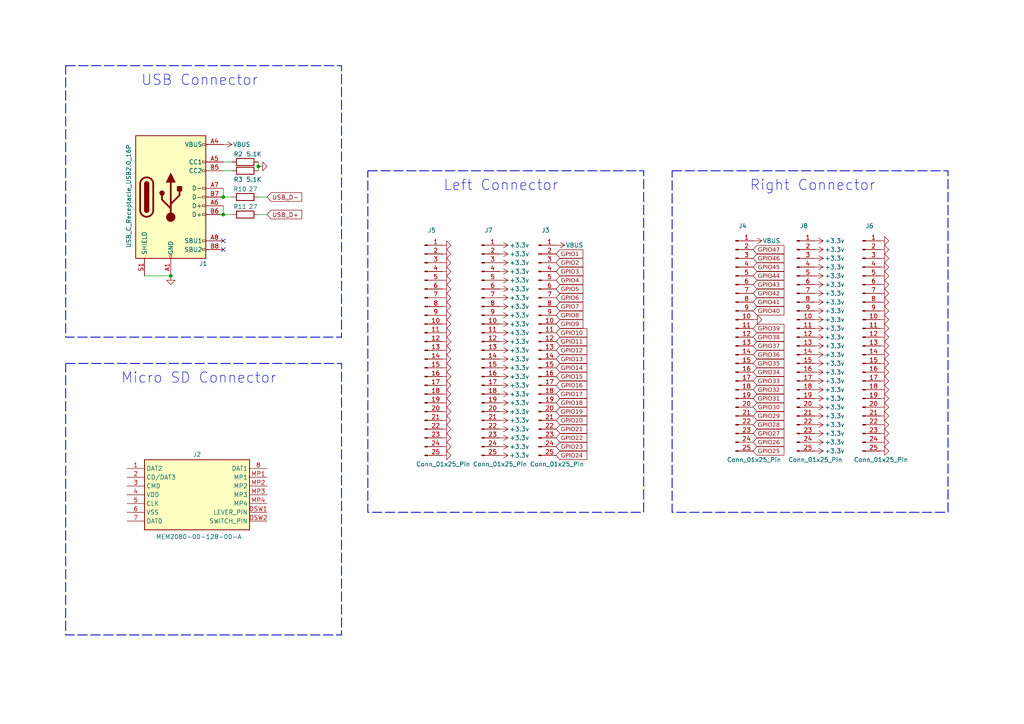
<source format=kicad_sch>
(kicad_sch (version 20231120) (generator "eeschema") (generator_version "8.0")
  (paper "A4")
  (title_block (title "RP2350B Development Board") (company "Dumblebots"))
  (lib_symbols
    (symbol "Connector:Conn_01x25_Pin" (pin_names (offset 1.016) hide)
      (property "Reference" "J" (at 0 33.02 0))
      (property "Value" "Conn_01x25_Pin" (at 0 -33.02 0))
      (symbol "Conn_01x25_Pin_1_1"
        (polyline (pts (xy 1.27 -30.48) (xy 0.8636 -30.48)) (stroke (width 0.1524)))
        (polyline (pts (xy 1.27 -27.94) (xy 0.8636 -27.94)) (stroke (width 0.1524)))
        (polyline (pts (xy 1.27 -25.4) (xy 0.8636 -25.4)) (stroke (width 0.1524)))
        (polyline (pts (xy 1.27 -22.86) (xy 0.8636 -22.86)) (stroke (width 0.1524)))
        (polyline (pts (xy 1.27 -20.32) (xy 0.8636 -20.32)) (stroke (width 0.1524)))
        (polyline (pts (xy 1.27 -17.78) (xy 0.8636 -17.78)) (stroke (width 0.1524)))
        (polyline (pts (xy 1.27 -15.24) (xy 0.8636 -15.24)) (stroke (width 0.1524)))
        (polyline (pts (xy 1.27 -12.7) (xy 0.8636 -12.7)) (stroke (width 0.1524)))
        (polyline (pts (xy 1.27 -10.16) (xy 0.8636 -10.16)) (stroke (width 0.1524)))
        (polyline (pts (xy 1.27 -7.62) (xy 0.8636 -7.62)) (stroke (width 0.1524)))
        (polyline (pts (xy 1.27 -5.08) (xy 0.8636 -5.08)) (stroke (width 0.1524)))
        (polyline (pts (xy 1.27 -2.54) (xy 0.8636 -2.54)) (stroke (width 0.1524)))
        (polyline (pts (xy 1.27 0) (xy 0.8636 0)) (stroke (width 0.1524)))
        (polyline (pts (xy 1.27 2.54) (xy 0.8636 2.54)) (stroke (width 0.1524)))
        (polyline (pts (xy 1.27 5.08) (xy 0.8636 5.08)) (stroke (width 0.1524)))
        (polyline (pts (xy 1.27 7.62) (xy 0.8636 7.62)) (stroke (width 0.1524)))
        (polyline (pts (xy 1.27 10.16) (xy 0.8636 10.16)) (stroke (width 0.1524)))
        (polyline (pts (xy 1.27 12.7) (xy 0.8636 12.7)) (stroke (width 0.1524)))
        (polyline (pts (xy 1.27 15.24) (xy 0.8636 15.24)) (stroke (width 0.1524)))
        (polyline (pts (xy 1.27 17.78) (xy 0.8636 17.78)) (stroke (width 0.1524)))
        (polyline (pts (xy 1.27 20.32) (xy 0.8636 20.32)) (stroke (width 0.1524)))
        (polyline (pts (xy 1.27 22.86) (xy 0.8636 22.86)) (stroke (width 0.1524)))
        (polyline (pts (xy 1.27 25.4) (xy 0.8636 25.4)) (stroke (width 0.1524)))
        (polyline (pts (xy 1.27 27.94) (xy 0.8636 27.94)) (stroke (width 0.1524)))
        (polyline (pts (xy 1.27 30.48) (xy 0.8636 30.48)) (stroke (width 0.1524)))
        (rectangle (start 0.8636 -30.353) (end 0 -30.607) (stroke (width 0.1524)) (fill (type outline)))
        (rectangle (start 0.8636 -27.813) (end 0 -28.067) (stroke (width 0.1524)) (fill (type outline)))
        (rectangle (start 0.8636 -25.273) (end 0 -25.527) (stroke (width 0.1524)) (fill (type outline)))
        (rectangle (start 0.8636 -22.733) (end 0 -22.987) (stroke (width 0.1524)) (fill (type outline)))
        (rectangle (start 0.8636 -20.193) (end 0 -20.447) (stroke (width 0.1524)) (fill (type outline)))
        (rectangle (start 0.8636 -17.653) (end 0 -17.907) (stroke (width 0.1524)) (fill (type outline)))
        (rectangle (start 0.8636 -15.113) (end 0 -15.367) (stroke (width 0.1524)) (fill (type outline)))
        (rectangle (start 0.8636 -12.573) (end 0 -12.827) (stroke (width 0.1524)) (fill (type outline)))
        (rectangle (start 0.8636 -10.033) (end 0 -10.287) (stroke (width 0.1524)) (fill (type outline)))
        (rectangle (start 0.8636 -7.493) (end 0 -7.747) (stroke (width 0.1524)) (fill (type outline)))
        (rectangle (start 0.8636 -4.953) (end 0 -5.207) (stroke (width 0.1524)) (fill (type outline)))
        (rectangle (start 0.8636 -2.413) (end 0 -2.667) (stroke (width 0.1524)) (fill (type outline)))
        (rectangle (start 0.8636 0.127) (end 0 -0.127) (stroke (width 0.1524)) (fill (type outline)))
        (rectangle (start 0.8636 2.667) (end 0 2.413) (stroke (width 0.1524)) (fill (type outline)))
        (rectangle (start 0.8636 5.207) (end 0 4.953) (stroke (width 0.1524)) (fill (type outline)))
        (rectangle (start 0.8636 7.747) (end 0 7.493) (stroke (width 0.1524)) (fill (type outline)))
        (rectangle (start 0.8636 10.287) (end 0 10.033) (stroke (width 0.1524)) (fill (type outline)))
        (rectangle (start 0.8636 12.827) (end 0 12.573) (stroke (width 0.1524)) (fill (type outline)))
        (rectangle (start 0.8636 15.367) (end 0 15.113) (stroke (width 0.1524)) (fill (type outline)))
        (rectangle (start 0.8636 17.907) (end 0 17.653) (stroke (width 0.1524)) (fill (type outline)))
        (rectangle (start 0.8636 20.447) (end 0 20.193) (stroke (width 0.1524)) (fill (type outline)))
        (rectangle (start 0.8636 22.987) (end 0 22.733) (stroke (width 0.1524)) (fill (type outline)))
        (rectangle (start 0.8636 25.527) (end 0 25.273) (stroke (width 0.1524)) (fill (type outline)))
        (rectangle (start 0.8636 28.067) (end 0 27.813) (stroke (width 0.1524)) (fill (type outline)))
        (rectangle (start 0.8636 30.607) (end 0 30.353) (stroke (width 0.1524)) (fill (type outline)))
        (pin passive line (at 5.08 30.48 180) (length 3.81) (name "Pin_1") (number "1"))
        (pin passive line (at 5.08 7.62 180) (length 3.81) (name "Pin_10") (number "10"))
        (pin passive line (at 5.08 5.08 180) (length 3.81) (name "Pin_11") (number "11"))
        (pin passive line (at 5.08 2.54 180) (length 3.81) (name "Pin_12") (number "12"))
        (pin passive line (at 5.08 0 180) (length 3.81) (name "Pin_13") (number "13"))
        (pin passive line (at 5.08 -2.54 180) (length 3.81) (name "Pin_14") (number "14"))
        (pin passive line (at 5.08 -5.08 180) (length 3.81) (name "Pin_15") (number "15"))
        (pin passive line (at 5.08 -7.62 180) (length 3.81) (name "Pin_16") (number "16"))
        (pin passive line (at 5.08 -10.16 180) (length 3.81) (name "Pin_17") (number "17"))
        (pin passive line (at 5.08 -12.7 180) (length 3.81) (name "Pin_18") (number "18"))
        (pin passive line (at 5.08 -15.24 180) (length 3.81) (name "Pin_19") (number "19"))
        (pin passive line (at 5.08 27.94 180) (length 3.81) (name "Pin_2") (number "2"))
        (pin passive line (at 5.08 -17.78 180) (length 3.81) (name "Pin_20") (number "20"))
        (pin passive line (at 5.08 -20.32 180) (length 3.81) (name "Pin_21") (number "21"))
        (pin passive line (at 5.08 -22.86 180) (length 3.81) (name "Pin_22") (number "22"))
        (pin passive line (at 5.08 -25.4 180) (length 3.81) (name "Pin_23") (number "23"))
        (pin passive line (at 5.08 -27.94 180) (length 3.81) (name "Pin_24") (number "24"))
        (pin passive line (at 5.08 -30.48 180) (length 3.81) (name "Pin_25") (number "25"))
        (pin passive line (at 5.08 25.4 180) (length 3.81) (name "Pin_3") (number "3"))
        (pin passive line (at 5.08 22.86 180) (length 3.81) (name "Pin_4") (number "4"))
        (pin passive line (at 5.08 20.32 180) (length 3.81) (name "Pin_5") (number "5"))
        (pin passive line (at 5.08 17.78 180) (length 3.81) (name "Pin_6") (number "6"))
        (pin passive line (at 5.08 15.24 180) (length 3.81) (name "Pin_7") (number "7"))
        (pin passive line (at 5.08 12.7 180) (length 3.81) (name "Pin_8") (number "8"))
        (pin passive line (at 5.08 10.16 180) (length 3.81) (name "Pin_9") (number "9"))
      )
    )
    (symbol "Connector:USB_C_Receptacle_USB2.0_16P" (pin_names (offset 1.016))
      (property "Reference" "J" (at 0 22.225 0))
      (property "Value" "USB_C_Receptacle_USB2.0_16P" (at 0 19.685 0))
      (symbol "USB_C_Receptacle_USB2.0_16P_0_0"
        (rectangle (start -0.254 -17.78) (end 0.254 -16.764))
        (rectangle (start 10.16 -14.986) (end 9.144 -15.494))
        (rectangle (start 10.16 -12.446) (end 9.144 -12.954))
        (rectangle (start 10.16 -4.826) (end 9.144 -5.334))
        (rectangle (start 10.16 -2.286) (end 9.144 -2.794))
        (rectangle (start 10.16 0.254) (end 9.144 -0.254))
        (rectangle (start 10.16 2.794) (end 9.144 2.286))
        (rectangle (start 10.16 7.874) (end 9.144 7.366))
        (rectangle (start 10.16 10.414) (end 9.144 9.906))
        (rectangle (start 10.16 15.494) (end 9.144 14.986))
      )
      (symbol "USB_C_Receptacle_USB2.0_16P_0_1"
        (rectangle (start -10.16 17.78) (end 10.16 -17.78) (stroke (width 0.254)) (fill (type background)))
        (arc (start -8.89 -3.81) (mid -6.985 -5.7067) (end -5.08 -3.81) (stroke (width 0.508)))
        (arc (start -7.62 -3.81) (mid -6.985 -4.4423) (end -6.35 -3.81) (stroke (width 0.254)))
        (arc (start -7.62 -3.81) (mid -6.985 -4.4423) (end -6.35 -3.81) (stroke (width 0.254)) (fill (type outline)))
        (rectangle (start -7.62 -3.81) (end -6.35 3.81) (stroke (width 0.254)) (fill (type outline)))
        (arc (start -6.35 3.81) (mid -6.985 4.4423) (end -7.62 3.81) (stroke (width 0.254)))
        (arc (start -6.35 3.81) (mid -6.985 4.4423) (end -7.62 3.81) (stroke (width 0.254)) (fill (type outline)))
        (arc (start -5.08 3.81) (mid -6.985 5.7067) (end -8.89 3.81) (stroke (width 0.508)))
        (circle (center -2.54 1.143) (radius 0.635) (stroke (width 0.254)) (fill (type outline)))
        (circle (center 0 -5.842) (radius 1.27) (fill (type outline)))
        (polyline (pts (xy -8.89 -3.81) (xy -8.89 3.81)) (stroke (width 0.508)))
        (polyline (pts (xy -5.08 3.81) (xy -5.08 -3.81)) (stroke (width 0.508)))
        (polyline (pts (xy 0 -5.842) (xy 0 4.318)) (stroke (width 0.508)))
        (polyline (pts (xy 0 -3.302) (xy -2.54 -0.762) (xy -2.54 0.508)) (stroke (width 0.508)))
        (polyline (pts (xy 0 -2.032) (xy 2.54 0.508) (xy 2.54 1.778)) (stroke (width 0.508)))
        (polyline (pts (xy -1.27 4.318) (xy 0 6.858) (xy 1.27 4.318) (xy -1.27 4.318)) (stroke (width 0.254)) (fill (type outline)))
        (rectangle (start 1.905 1.778) (end 3.175 3.048) (stroke (width 0.254)) (fill (type outline)))
      )
      (symbol "USB_C_Receptacle_USB2.0_16P_1_1"
        (pin passive line (at 0 -22.86 90) (length 5.08) (name "GND") (number "A1"))
        (pin passive line (at 0 -22.86 90) (length 5.08) hide (name "GND") (number "A12"))
        (pin passive line (at 15.24 15.24 180) (length 5.08) (name "VBUS") (number "A4"))
        (pin bidirectional line (at 15.24 10.16 180) (length 5.08) (name "CC1") (number "A5"))
        (pin bidirectional line (at 15.24 -2.54 180) (length 5.08) (name "D+") (number "A6"))
        (pin bidirectional line (at 15.24 2.54 180) (length 5.08) (name "D-") (number "A7"))
        (pin bidirectional line (at 15.24 -12.7 180) (length 5.08) (name "SBU1") (number "A8"))
        (pin passive line (at 15.24 15.24 180) (length 5.08) hide (name "VBUS") (number "A9"))
        (pin passive line (at 0 -22.86 90) (length 5.08) hide (name "GND") (number "B1"))
        (pin passive line (at 0 -22.86 90) (length 5.08) hide (name "GND") (number "B12"))
        (pin passive line (at 15.24 15.24 180) (length 5.08) hide (name "VBUS") (number "B4"))
        (pin bidirectional line (at 15.24 7.62 180) (length 5.08) (name "CC2") (number "B5"))
        (pin bidirectional line (at 15.24 -5.08 180) (length 5.08) (name "D+") (number "B6"))
        (pin bidirectional line (at 15.24 0 180) (length 5.08) (name "D-") (number "B7"))
        (pin bidirectional line (at 15.24 -15.24 180) (length 5.08) (name "SBU2") (number "B8"))
        (pin passive line (at 15.24 15.24 180) (length 5.08) hide (name "VBUS") (number "B9"))
        (pin passive line (at -7.62 -22.86 90) (length 5.08) (name "SHIELD") (number "S1"))
      )
    )
    (symbol "Device:R" (pin_numbers hide) (pin_names (offset 0))
      (property "Reference" "R" (at 2.032 0 90))
      (property "Value" "R" (at 0 0 90))
      (symbol "R_0_1"
        (rectangle (start -1.016 -2.54) (end 1.016 2.54) (stroke (width 0.254)))
      )
      (symbol "R_1_1"
        (pin passive line (at 0 3.81 270) (length 1.27) (name "~") (number "1"))
        (pin passive line (at 0 -3.81 90) (length 1.27) (name "~") (number "2"))
      )
    )
    (symbol "MEM2080-00-128-00-A:MEM2080-00-128-00-A"
      (property "Reference" "J" (at 36.83 7.62 0))
      (property "Value" "MEM2080-00-128-00-A" (at 36.83 5.08 0))
      (symbol "MEM2080-00-128-00-A_1_1"
        (rectangle (start 5.08 2.54) (end 35.56 -17.78) (stroke (width 0.254)) (fill (type background)))
        (pin passive line (at 0 0 0) (length 5.08) (name "DAT2") (number "1"))
        (pin passive line (at 0 -2.54 0) (length 5.08) (name "CD/DAT3") (number "2"))
        (pin passive line (at 0 -5.08 0) (length 5.08) (name "CMD") (number "3"))
        (pin passive line (at 0 -7.62 0) (length 5.08) (name "VDD") (number "4"))
        (pin passive line (at 0 -10.16 0) (length 5.08) (name "CLK") (number "5"))
        (pin passive line (at 0 -12.7 0) (length 5.08) (name "VSS") (number "6"))
        (pin passive line (at 0 -15.24 0) (length 5.08) (name "DAT0") (number "7"))
        (pin passive line (at 40.64 0 180) (length 5.08) (name "DAT1") (number "8"))
        (pin passive line (at 40.64 -12.7 180) (length 5.08) (name "LEVER_PIN") (number "DSW1"))
        (pin passive line (at 40.64 -15.24 180) (length 5.08) (name "SWITCH_PIN") (number "DSW2"))
        (pin passive line (at 40.64 -2.54 180) (length 5.08) (name "MP1") (number "MP1"))
        (pin passive line (at 40.64 -5.08 180) (length 5.08) (name "MP2") (number "MP2"))
        (pin passive line (at 40.64 -7.62 180) (length 5.08) (name "MP3") (number "MP3"))
        (pin passive line (at 40.64 -10.16 180) (length 5.08) (name "MP4") (number "MP4"))
      )
    )
    (symbol "power:+3V3" (power) (pin_numbers hide) (pin_names (offset 0) hide)
      (property "Value" "+3V3" (at 0 3.556 0))
      (symbol "+3V3_0_1"
        (polyline (pts (xy -0.762 1.27) (xy 0 2.54)))
        (polyline (pts (xy 0 0) (xy 0 2.54)))
        (polyline (pts (xy 0 2.54) (xy 0.762 1.27)))
      )
      (symbol "+3V3_1_1"
        (pin power_in line (at 0 0 90) (length 0) (name "~") (number "1"))
      )
    )
    (symbol "power:GND" (power) (pin_numbers hide) (pin_names (offset 0) hide)
      (property "Value" "GND" (at 0 -3.81 0))
      (symbol "GND_0_1"
        (polyline (pts (xy 0 0) (xy 0 -1.27) (xy 1.27 -1.27) (xy 0 -2.54) (xy -1.27 -1.27) (xy 0 -1.27)))
      )
      (symbol "GND_1_1"
        (pin power_in line (at 0 0 270) (length 0) (name "~") (number "1"))
      )
    )
    (symbol "power:VBUS" (power) (pin_numbers hide) (pin_names (offset 0) hide)
      (property "Value" "VBUS" (at 0 3.556 0))
      (symbol "VBUS_0_1"
        (polyline (pts (xy -0.762 1.27) (xy 0 2.54)))
        (polyline (pts (xy 0 0) (xy 0 2.54)))
        (polyline (pts (xy 0 2.54) (xy 0.762 1.27)))
      )
      (symbol "VBUS_1_1"
        (pin power_in line (at 0 0 90) (length 0) (name "~") (number "1"))
      )
    )
  )
  (junction (at 64.77 57.15))
  (junction (at 74.93 48.26))
  (junction (at 64.77 62.23))
  (junction (at 49.53 80.01))
  (no_connect (at 64.77 72.39))
  (no_connect (at 64.77 69.85))
  (wire (pts (xy 64.77 59.69) (xy 64.77 62.23)))
  (wire (pts (xy 74.93 46.99) (xy 74.93 48.26)))
  (wire (pts (xy 64.77 46.99) (xy 67.31 46.99)))
  (wire (pts (xy 64.77 62.23) (xy 67.31 62.23)))
  (wire (pts (xy 74.93 62.23) (xy 77.47 62.23)))
  (wire (pts (xy 41.91 80.01) (xy 49.53 80.01)))
  (wire (pts (xy 64.77 54.61) (xy 64.77 57.15)))
  (wire (pts (xy 74.93 48.26) (xy 74.93 49.53)))
  (wire (pts (xy 64.77 57.15) (xy 67.31 57.15)))
  (wire (pts (xy 64.77 49.53) (xy 67.31 49.53)))
  (wire (pts (xy 74.93 57.15) (xy 77.47 57.15)))
  (rectangle (start 19.05 105.41) (end 99.06 184.15) (stroke (width 0.25) (type dash)))
  (rectangle (start 106.68 49.53) (end 186.69 148.59) (stroke (width 0.25) (type dash)))
  (rectangle (start 194.945 49.53) (end 274.955 148.59) (stroke (width 0.25) (type dash)))
  (rectangle (start 19.05 19.05) (end 99.06 97.79) (stroke (width 0.25) (type dash)))
  (text "USB Connector" (at 57.912 23.368 0) (effects (font (size 3 3))))
  (text "Left Connector" (at 145.288 53.848 0) (effects (font (size 3 3))))
  (text "Right Connector" (at 235.712 53.848 0) (effects (font (size 3 3))))
  (text "Micro SD Connector" (at 57.658 109.728 0) (effects (font (size 3 3))))
  (global_label "GPIO11" (shape input) (at 161.29 99.06 0) (effects (font (size 1.2192 1.2192))) (property "Intersheetrefs" "${INTERSHEET_REFS}" (effects (hide yes))))
  (global_label "GPIO8" (shape input) (at 161.29 91.44 0) (effects (font (size 1.2192 1.2192))) (property "Intersheetrefs" "${INTERSHEET_REFS}" (effects (hide yes))))
  (global_label "GPIO34" (shape input) (at 218.44 107.95 0) (effects (font (size 1.2192 1.2192))) (property "Intersheetrefs" "${INTERSHEET_REFS}" (effects (hide yes))))
  (global_label "GPIO29" (shape input) (at 218.44 120.65 0) (effects (font (size 1.2192 1.2192))) (property "Intersheetrefs" "${INTERSHEET_REFS}" (effects (hide yes))))
  (global_label "GPIO17" (shape input) (at 161.29 114.3 0) (effects (font (size 1.2192 1.2192))) (property "Intersheetrefs" "${INTERSHEET_REFS}" (effects (hide yes))))
  (global_label "GPIO22" (shape input) (at 161.29 127 0) (effects (font (size 1.2192 1.2192))) (property "Intersheetrefs" "${INTERSHEET_REFS}" (effects (hide yes))))
  (global_label "GPIO24" (shape input) (at 161.29 132.08 0) (effects (font (size 1.2192 1.2192))) (property "Intersheetrefs" "${INTERSHEET_REFS}" (effects (hide yes))))
  (global_label "GPIO5" (shape input) (at 161.29 83.82 0) (effects (font (size 1.2192 1.2192))) (property "Intersheetrefs" "${INTERSHEET_REFS}" (effects (hide yes))))
  (global_label "GPIO46" (shape input) (at 218.44 74.93 0) (effects (font (size 1.2192 1.2192))) (property "Intersheetrefs" "${INTERSHEET_REFS}" (effects (hide yes))))
  (global_label "GPIO41" (shape input) (at 218.44 87.63 0) (effects (font (size 1.2192 1.2192))) (property "Intersheetrefs" "${INTERSHEET_REFS}" (effects (hide yes))))
  (global_label "GPIO30" (shape input) (at 218.44 118.11 0) (effects (font (size 1.2192 1.2192))) (property "Intersheetrefs" "${INTERSHEET_REFS}" (effects (hide yes))))
  (global_label "GPIO16" (shape input) (at 161.29 111.76 0) (effects (font (size 1.2192 1.2192))) (property "Intersheetrefs" "${INTERSHEET_REFS}" (effects (hide yes))))
  (global_label "GPIO37" (shape input) (at 218.44 100.33 0) (effects (font (size 1.2192 1.2192))) (property "Intersheetrefs" "${INTERSHEET_REFS}" (effects (hide yes))))
  (global_label "GPIO18" (shape input) (at 161.29 116.84 0) (effects (font (size 1.2192 1.2192))) (property "Intersheetrefs" "${INTERSHEET_REFS}" (effects (hide yes))))
  (global_label "GPIO6" (shape input) (at 161.29 86.36 0) (effects (font (size 1.2192 1.2192))) (property "Intersheetrefs" "${INTERSHEET_REFS}" (effects (hide yes))))
  (global_label "GPIO47" (shape input) (at 218.44 72.39 0) (effects (font (size 1.2192 1.2192))) (property "Intersheetrefs" "${INTERSHEET_REFS}" (effects (hide yes))))
  (global_label "GPIO13" (shape input) (at 161.29 104.14 0) (effects (font (size 1.2192 1.2192))) (property "Intersheetrefs" "${INTERSHEET_REFS}" (effects (hide yes))))
  (global_label "GPIO27" (shape input) (at 218.44 125.73 0) (effects (font (size 1.2192 1.2192))) (property "Intersheetrefs" "${INTERSHEET_REFS}" (effects (hide yes))))
  (global_label "GPIO12" (shape input) (at 161.29 101.6 0) (effects (font (size 1.2192 1.2192))) (property "Intersheetrefs" "${INTERSHEET_REFS}" (effects (hide yes))))
  (global_label "GPIO26" (shape input) (at 218.44 128.27 0) (effects (font (size 1.2192 1.2192))) (property "Intersheetrefs" "${INTERSHEET_REFS}" (effects (hide yes))))
  (global_label "GPIO35" (shape input) (at 218.44 105.41 0) (effects (font (size 1.2192 1.2192))) (property "Intersheetrefs" "${INTERSHEET_REFS}" (effects (hide yes))))
  (global_label "GPIO21" (shape input) (at 161.29 124.46 0) (effects (font (size 1.2192 1.2192))) (property "Intersheetrefs" "${INTERSHEET_REFS}" (effects (hide yes))))
  (global_label "GPIO40" (shape input) (at 218.44 90.17 0) (effects (font (size 1.2192 1.2192))) (property "Intersheetrefs" "${INTERSHEET_REFS}" (effects (hide yes))))
  (global_label "GPIO7" (shape input) (at 161.29 88.9 0) (effects (font (size 1.2192 1.2192))) (property "Intersheetrefs" "${INTERSHEET_REFS}" (effects (hide yes))))
  (global_label "GPIO25" (shape input) (at 218.44 130.81 0) (effects (font (size 1.2192 1.2192))) (property "Intersheetrefs" "${INTERSHEET_REFS}" (effects (hide yes))))
  (global_label "GPIO38" (shape input) (at 218.44 97.79 0) (effects (font (size 1.2192 1.2192))) (property "Intersheetrefs" "${INTERSHEET_REFS}" (effects (hide yes))))
  (global_label "GPIO4" (shape input) (at 161.29 81.28 0) (effects (font (size 1.2192 1.2192))) (property "Intersheetrefs" "${INTERSHEET_REFS}" (effects (hide yes))))
  (global_label "GPIO44" (shape input) (at 218.44 80.01 0) (effects (font (size 1.2192 1.2192))) (property "Intersheetrefs" "${INTERSHEET_REFS}" (effects (hide yes))))
  (global_label "GPIO23" (shape input) (at 161.29 129.54 0) (effects (font (size 1.2192 1.2192))) (property "Intersheetrefs" "${INTERSHEET_REFS}" (effects (hide yes))))
  (global_label "GPIO36" (shape input) (at 218.44 102.87 0) (effects (font (size 1.2192 1.2192))) (property "Intersheetrefs" "${INTERSHEET_REFS}" (effects (hide yes))))
  (global_label "GPIO10" (shape input) (at 161.29 96.52 0) (effects (font (size 1.2192 1.2192))) (property "Intersheetrefs" "${INTERSHEET_REFS}" (effects (hide yes))))
  (global_label "GPIO32" (shape input) (at 218.44 113.03 0) (effects (font (size 1.2192 1.2192))) (property "Intersheetrefs" "${INTERSHEET_REFS}" (effects (hide yes))))
  (global_label "GPIO3" (shape input) (at 161.29 78.74 0) (effects (font (size 1.2192 1.2192))) (property "Intersheetrefs" "${INTERSHEET_REFS}" (effects (hide yes))))
  (global_label "GPIO2" (shape input) (at 161.29 76.2 0) (effects (font (size 1.2192 1.2192))) (property "Intersheetrefs" "${INTERSHEET_REFS}" (effects (hide yes))))
  (global_label "GPIO9" (shape input) (at 161.29 93.98 0) (effects (font (size 1.2192 1.2192))) (property "Intersheetrefs" "${INTERSHEET_REFS}" (effects (hide yes))))
  (global_label "GPIO1" (shape input) (at 161.29 73.66 0) (effects (font (size 1.2192 1.2192))) (property "Intersheetrefs" "${INTERSHEET_REFS}" (effects (hide yes))))
  (global_label "GPIO43" (shape input) (at 218.44 82.55 0) (effects (font (size 1.2192 1.2192))) (property "Intersheetrefs" "${INTERSHEET_REFS}" (effects (hide yes))))
  (global_label "GPIO33" (shape input) (at 218.44 110.49 0) (effects (font (size 1.2192 1.2192))) (property "Intersheetrefs" "${INTERSHEET_REFS}" (effects (hide yes))))
  (global_label "GPIO20" (shape input) (at 161.29 121.92 0) (effects (font (size 1.2192 1.2192))) (property "Intersheetrefs" "${INTERSHEET_REFS}" (effects (hide yes))))
  (global_label "GPIO31" (shape input) (at 218.44 115.57 0) (effects (font (size 1.2192 1.2192))) (property "Intersheetrefs" "${INTERSHEET_REFS}" (effects (hide yes))))
  (global_label "GPIO39" (shape input) (at 218.44 95.25 0) (effects (font (size 1.2192 1.2192))) (property "Intersheetrefs" "${INTERSHEET_REFS}" (effects (hide yes))))
  (global_label "GPIO14" (shape input) (at 161.29 106.68 0) (effects (font (size 1.2192 1.2192))) (property "Intersheetrefs" "${INTERSHEET_REFS}" (effects (hide yes))))
  (global_label "GPIO45" (shape input) (at 218.44 77.47 0) (effects (font (size 1.2192 1.2192))) (property "Intersheetrefs" "${INTERSHEET_REFS}" (effects (hide yes))))
  (global_label "GPIO15" (shape input) (at 161.29 109.22 0) (effects (font (size 1.2192 1.2192))) (property "Intersheetrefs" "${INTERSHEET_REFS}" (effects (hide yes))))
  (global_label "GPIO42" (shape input) (at 218.44 85.09 0) (effects (font (size 1.2192 1.2192))) (property "Intersheetrefs" "${INTERSHEET_REFS}" (effects (hide yes))))
  (global_label "USB_D-" (shape input) (at 77.47 57.15 0) (property "Intersheetrefs" "${INTERSHEET_REFS}" (effects (hide yes))))
  (global_label "GPIO19" (shape input) (at 161.29 119.38 0) (effects (font (size 1.2192 1.2192))) (property "Intersheetrefs" "${INTERSHEET_REFS}" (effects (hide yes))))
  (global_label "GPIO28" (shape input) (at 218.44 123.19 0) (effects (font (size 1.2192 1.2192))) (property "Intersheetrefs" "${INTERSHEET_REFS}" (effects (hide yes))))
  (global_label "USB_D+" (shape input) (at 77.47 62.23 0) (property "Intersheetrefs" "${INTERSHEET_REFS}" (effects (hide yes))))
  (symbol (lib_id "power:+3V3") (at 236.22 92.71 270) (unit 1)
    (property "Reference" "#PWR0113" (effects (hide yes)))
    (property "Value" "+3.3v" (at 242.062 92.71 90))
    (property "Description" "Power symbol creates a global label with name \"+3V3\"" (effects (hide yes)))
  )
  (symbol (lib_id "power:GND") (at 255.27 90.17 90) (unit 1)
    (property "Reference" "#PWR062" (effects (hide yes)))
    (property "Value" "GND" (effects (hide yes)))
    (property "Description" "Power symbol creates a global label with name \"GND\" , ground" (effects (hide yes)))
  )
  (symbol (lib_id "Connector:Conn_01x25_Pin") (at 123.19 101.6 0) (unit 1)
    (property "Reference" "J5" (at 125.222 66.802 0))
    (property "Value" "Conn_01x25_Pin" (at 128.524 134.62 0))
    (property "Footprint" "Connector_PinHeader_2.54mm:PinHeader_1x25_P2.54mm_Vertical" (effects (hide yes)))
    (property "Description" "Generic connector, single row, 01x25, script generated" (effects (hide yes)))
  )
  (symbol (lib_id "power:+3V3") (at 236.22 95.25 270) (unit 1)
    (property "Reference" "#PWR0114" (effects (hide yes)))
    (property "Value" "+3.3v" (at 242.062 95.25 90))
    (property "Description" "Power symbol creates a global label with name \"+3V3\"" (effects (hide yes)))
  )
  (symbol (lib_id "power:+3V3") (at 144.78 121.92 270) (unit 1)
    (property "Reference" "#PWR099" (effects (hide yes)))
    (property "Value" "+3.3v" (at 150.622 121.92 90))
    (property "Description" "Power symbol creates a global label with name \"+3V3\"" (effects (hide yes)))
  )
  (symbol (lib_id "power:+3V3") (at 236.22 128.27 270) (unit 1)
    (property "Reference" "#PWR0127" (effects (hide yes)))
    (property "Value" "+3.3v" (at 242.062 128.27 90))
    (property "Description" "Power symbol creates a global label with name \"+3V3\"" (effects (hide yes)))
  )
  (symbol (lib_id "power:+3V3") (at 144.78 93.98 270) (unit 1)
    (property "Reference" "#PWR088" (effects (hide yes)))
    (property "Value" "+3.3v" (at 150.622 93.98 90))
    (property "Description" "Power symbol creates a global label with name \"+3V3\"" (effects (hide yes)))
  )
  (symbol (lib_id "power:GND") (at 128.27 88.9 90) (unit 1)
    (property "Reference" "#PWR036" (effects (hide yes)))
    (property "Value" "GND" (effects (hide yes)))
    (property "Description" "Power symbol creates a global label with name \"GND\" , ground" (effects (hide yes)))
  )
  (symbol (lib_id "power:+3V3") (at 144.78 114.3 270) (unit 1)
    (property "Reference" "#PWR096" (effects (hide yes)))
    (property "Value" "+3.3v" (at 150.622 114.3 90))
    (property "Description" "Power symbol creates a global label with name \"+3V3\"" (effects (hide yes)))
  )
  (symbol (lib_id "Device:R") (at 71.12 57.15 90) (unit 1)
    (property "Reference" "R10" (at 69.596 54.864 90))
    (property "Value" "27" (at 73.406 54.864 90))
    (property "Footprint" "Resistor_SMD:R_0402_1005Metric" (effects (hide yes)))
    (property "Description" "Resistor" (effects (hide yes)))
  )
  (symbol (lib_id "power:+3V3") (at 144.78 81.28 270) (unit 1)
    (property "Reference" "#PWR083" (effects (hide yes)))
    (property "Value" "+3.3v" (at 150.622 81.28 90))
    (property "Description" "Power symbol creates a global label with name \"+3V3\"" (effects (hide yes)))
  )
  (symbol (lib_id "power:+3V3") (at 236.22 74.93 270) (unit 1)
    (property "Reference" "#PWR0106" (effects (hide yes)))
    (property "Value" "+3.3v" (at 242.062 74.93 90))
    (property "Description" "Power symbol creates a global label with name \"+3V3\"" (effects (hide yes)))
  )
  (symbol (lib_id "power:+3V3") (at 236.22 123.19 270) (unit 1)
    (property "Reference" "#PWR0125" (effects (hide yes)))
    (property "Value" "+3.3v" (at 242.062 123.19 90))
    (property "Description" "Power symbol creates a global label with name \"+3V3\"" (effects (hide yes)))
  )
  (symbol (lib_id "power:GND") (at 255.27 128.27 90) (unit 1)
    (property "Reference" "#PWR077" (effects (hide yes)))
    (property "Value" "GND" (effects (hide yes)))
    (property "Description" "Power symbol creates a global label with name \"GND\" , ground" (effects (hide yes)))
  )
  (symbol (lib_id "power:GND") (at 255.27 85.09 90) (unit 1)
    (property "Reference" "#PWR060" (effects (hide yes)))
    (property "Value" "GND" (effects (hide yes)))
    (property "Description" "Power symbol creates a global label with name \"GND\" , ground" (effects (hide yes)))
  )
  (symbol (lib_id "power:+3V3") (at 144.78 78.74 270) (unit 1)
    (property "Reference" "#PWR082" (effects (hide yes)))
    (property "Value" "+3.3v" (at 150.622 78.74 90))
    (property "Description" "Power symbol creates a global label with name \"+3V3\"" (effects (hide yes)))
  )
  (symbol (lib_id "power:+3V3") (at 236.22 105.41 270) (unit 1)
    (property "Reference" "#PWR0118" (effects (hide yes)))
    (property "Value" "+3.3v" (at 242.062 105.41 90))
    (property "Description" "Power symbol creates a global label with name \"+3V3\"" (effects (hide yes)))
  )
  (symbol (lib_id "power:+3V3") (at 236.22 82.55 270) (unit 1)
    (property "Reference" "#PWR0109" (effects (hide yes)))
    (property "Value" "+3.3v" (at 242.062 82.55 90))
    (property "Description" "Power symbol creates a global label with name \"+3V3\"" (effects (hide yes)))
  )
  (symbol (lib_id "power:GND") (at 218.44 92.71 90) (unit 1)
    (property "Reference" "#PWR028" (effects (hide yes)))
    (property "Value" "GND" (effects (hide yes)))
    (property "Description" "Power symbol creates a global label with name \"GND\" , ground" (effects (hide yes)))
  )
  (symbol (lib_id "power:GND") (at 128.27 101.6 90) (unit 1)
    (property "Reference" "#PWR041" (effects (hide yes)))
    (property "Value" "GND" (effects (hide yes)))
    (property "Description" "Power symbol creates a global label with name \"GND\" , ground" (effects (hide yes)))
  )
  (symbol (lib_id "power:+3V3") (at 236.22 97.79 270) (unit 1)
    (property "Reference" "#PWR0115" (effects (hide yes)))
    (property "Value" "+3.3v" (at 242.062 97.79 90))
    (property "Description" "Power symbol creates a global label with name \"+3V3\"" (effects (hide yes)))
  )
  (symbol (lib_id "power:+3V3") (at 144.78 86.36 270) (unit 1)
    (property "Reference" "#PWR085" (effects (hide yes)))
    (property "Value" "+3.3v" (at 150.622 86.36 90))
    (property "Description" "Power symbol creates a global label with name \"+3V3\"" (effects (hide yes)))
  )
  (symbol (lib_id "power:+3V3") (at 144.78 96.52 270) (unit 1)
    (property "Reference" "#PWR089" (effects (hide yes)))
    (property "Value" "+3.3v" (at 150.622 96.52 90))
    (property "Description" "Power symbol creates a global label with name \"+3V3\"" (effects (hide yes)))
  )
  (symbol (lib_id "power:GND") (at 255.27 95.25 90) (unit 1)
    (property "Reference" "#PWR064" (effects (hide yes)))
    (property "Value" "GND" (effects (hide yes)))
    (property "Description" "Power symbol creates a global label with name \"GND\" , ground" (effects (hide yes)))
  )
  (symbol (lib_id "power:GND") (at 255.27 82.55 90) (unit 1)
    (property "Reference" "#PWR059" (effects (hide yes)))
    (property "Value" "GND" (effects (hide yes)))
    (property "Description" "Power symbol creates a global label with name \"GND\" , ground" (effects (hide yes)))
  )
  (symbol (lib_id "power:GND") (at 255.27 110.49 90) (unit 1)
    (property "Reference" "#PWR070" (effects (hide yes)))
    (property "Value" "GND" (effects (hide yes)))
    (property "Description" "Power symbol creates a global label with name \"GND\" , ground" (effects (hide yes)))
  )
  (symbol (lib_id "Connector:Conn_01x25_Pin") (at 213.36 100.33 0) (unit 1)
    (property "Reference" "J4" (at 215.392 65.532 0))
    (property "Value" "Conn_01x25_Pin" (at 218.694 133.35 0))
    (property "Footprint" "Connector_PinHeader_2.54mm:PinHeader_1x25_P2.54mm_Vertical" (effects (hide yes)))
    (property "Description" "Generic connector, single row, 01x25, script generated" (effects (hide yes)))
  )
  (symbol (lib_id "power:GND") (at 255.27 130.81 90) (unit 1)
    (property "Reference" "#PWR078" (effects (hide yes)))
    (property "Value" "GND" (effects (hide yes)))
    (property "Description" "Power symbol creates a global label with name \"GND\" , ground" (effects (hide yes)))
  )
  (symbol (lib_id "power:+3V3") (at 236.22 130.81 270) (unit 1)
    (property "Reference" "#PWR0128" (effects (hide yes)))
    (property "Value" "+3.3v" (at 242.062 130.81 90))
    (property "Description" "Power symbol creates a global label with name \"+3V3\"" (effects (hide yes)))
  )
  (symbol (lib_id "power:+3V3") (at 236.22 85.09 270) (unit 1)
    (property "Reference" "#PWR0110" (effects (hide yes)))
    (property "Value" "+3.3v" (at 242.062 85.09 90))
    (property "Description" "Power symbol creates a global label with name \"+3V3\"" (effects (hide yes)))
  )
  (symbol (lib_id "Device:R") (at 71.12 62.23 90) (unit 1)
    (property "Reference" "R11" (at 69.596 59.944 90))
    (property "Value" "27" (at 73.406 59.944 90))
    (property "Footprint" "Resistor_SMD:R_0402_1005Metric" (effects (hide yes)))
    (property "Description" "Resistor" (effects (hide yes)))
  )
  (symbol (lib_id "power:+3V3") (at 144.78 83.82 270) (unit 1)
    (property "Reference" "#PWR084" (effects (hide yes)))
    (property "Value" "+3.3v" (at 150.622 83.82 90))
    (property "Description" "Power symbol creates a global label with name \"+3V3\"" (effects (hide yes)))
  )
  (symbol (lib_id "power:+3V3") (at 144.78 106.68 270) (unit 1)
    (property "Reference" "#PWR093" (effects (hide yes)))
    (property "Value" "+3.3v" (at 150.622 106.68 90))
    (property "Description" "Power symbol creates a global label with name \"+3V3\"" (effects (hide yes)))
  )
  (symbol (lib_id "MEM2080-00-128-00-A:MEM2080-00-128-00-A") (at 36.83 135.89 0) (unit 1)
    (property "Reference" "J2" (at 57.15 131.826 0))
    (property "Value" "MEM2080-00-128-00-A" (at 57.658 155.702 0))
    (property "Footprint" "MEM2080-00-128-00-A:MEM20800012800A" (effects (hide yes)))
    (property "Datasheet" "https://gct.co/files/drawings/mem2080.pdf?v=a9dd5643-7d1c-4e6b-bf46-1b82bcb8595f" (effects (hide yes)))
    (property "Description" "Memory Card Connectors Micro SD, Push Push, SMT, Card Entry Normal, 1.28 mm profile" (effects (hide yes)))
    (property "Height" "1.48" (effects (hide yes)))
    (property "Mouser Part Number" "640-MEM2080-0012800A" (effects (hide yes)))
    (property "Mouser Price/Stock" "https://www.mouser.co.uk/ProductDetail/GCT/MEM2080-00-128-00-A?qs=vvQtp7zwQdPJXzpf1SnYug%3D%3D" (effects (hide yes)))
    (property "Manufacturer_Name" "GCT (GLOBAL CONNECTOR TECHNOLOGY)" (effects (hide yes)))
    (property "Manufacturer_Part_Number" "MEM2080-00-128-00-A" (effects (hide yes)))
  )
  (symbol (lib_id "power:+3V3") (at 236.22 69.85 270) (unit 1)
    (property "Reference" "#PWR0104" (effects (hide yes)))
    (property "Value" "+3.3v" (at 242.062 69.85 90))
    (property "Description" "Power symbol creates a global label with name \"+3V3\"" (effects (hide yes)))
  )
  (symbol (lib_id "power:GND") (at 128.27 116.84 90) (unit 1)
    (property "Reference" "#PWR047" (effects (hide yes)))
    (property "Value" "GND" (effects (hide yes)))
    (property "Description" "Power symbol creates a global label with name \"GND\" , ground" (effects (hide yes)))
  )
  (symbol (lib_id "power:+3V3") (at 236.22 72.39 270) (unit 1)
    (property "Reference" "#PWR0105" (effects (hide yes)))
    (property "Value" "+3.3v" (at 242.062 72.39 90))
    (property "Description" "Power symbol creates a global label with name \"+3V3\"" (effects (hide yes)))
  )
  (symbol (lib_id "power:+3V3") (at 236.22 100.33 270) (unit 1)
    (property "Reference" "#PWR0116" (effects (hide yes)))
    (property "Value" "+3.3v" (at 242.062 100.33 90))
    (property "Description" "Power symbol creates a global label with name \"+3V3\"" (effects (hide yes)))
  )
  (symbol (lib_id "power:GND") (at 255.27 107.95 90) (unit 1)
    (property "Reference" "#PWR069" (effects (hide yes)))
    (property "Value" "GND" (effects (hide yes)))
    (property "Description" "Power symbol creates a global label with name \"GND\" , ground" (effects (hide yes)))
  )
  (symbol (lib_id "power:+3V3") (at 236.22 77.47 270) (unit 1)
    (property "Reference" "#PWR0107" (effects (hide yes)))
    (property "Value" "+3.3v" (at 242.062 77.47 90))
    (property "Description" "Power symbol creates a global label with name \"+3V3\"" (effects (hide yes)))
  )
  (symbol (lib_id "power:+3V3") (at 236.22 107.95 270) (unit 1)
    (property "Reference" "#PWR0119" (effects (hide yes)))
    (property "Value" "+3.3v" (at 242.062 107.95 90))
    (property "Description" "Power symbol creates a global label with name \"+3V3\"" (effects (hide yes)))
  )
  (symbol (lib_id "power:+3V3") (at 144.78 109.22 270) (unit 1)
    (property "Reference" "#PWR094" (effects (hide yes)))
    (property "Value" "+3.3v" (at 150.622 109.22 90))
    (property "Description" "Power symbol creates a global label with name \"+3V3\"" (effects (hide yes)))
  )
  (symbol (lib_id "power:GND") (at 49.53 80.01 0) (unit 1)
    (property "Reference" "#PWR09" (effects (hide yes)))
    (property "Value" "GND" (effects (hide yes)))
    (property "Description" "Power symbol creates a global label with name \"GND\" , ground" (effects (hide yes)))
  )
  (symbol (lib_id "power:GND") (at 255.27 92.71 90) (unit 1)
    (property "Reference" "#PWR063" (effects (hide yes)))
    (property "Value" "GND" (effects (hide yes)))
    (property "Description" "Power symbol creates a global label with name \"GND\" , ground" (effects (hide yes)))
  )
  (symbol (lib_id "power:+3V3") (at 144.78 101.6 270) (unit 1)
    (property "Reference" "#PWR091" (effects (hide yes)))
    (property "Value" "+3.3v" (at 150.622 101.6 90))
    (property "Description" "Power symbol creates a global label with name \"+3V3\"" (effects (hide yes)))
  )
  (symbol (lib_id "power:GND") (at 128.27 129.54 90) (unit 1)
    (property "Reference" "#PWR052" (effects (hide yes)))
    (property "Value" "GND" (effects (hide yes)))
    (property "Description" "Power symbol creates a global label with name \"GND\" , ground" (effects (hide yes)))
  )
  (symbol (lib_id "power:GND") (at 128.27 127 90) (unit 1)
    (property "Reference" "#PWR051" (effects (hide yes)))
    (property "Value" "GND" (effects (hide yes)))
    (property "Description" "Power symbol creates a global label with name \"GND\" , ground" (effects (hide yes)))
  )
  (symbol (lib_id "power:+3V3") (at 236.22 118.11 270) (unit 1)
    (property "Reference" "#PWR0123" (effects (hide yes)))
    (property "Value" "+3.3v" (at 242.062 118.11 90))
    (property "Description" "Power symbol creates a global label with name \"+3V3\"" (effects (hide yes)))
  )
  (symbol (lib_id "Device:R") (at 71.12 49.53 90) (unit 1)
    (property "Reference" "R3" (at 69.088 52.07 90))
    (property "Value" "5.1K" (at 73.66 52.07 90))
    (property "Footprint" "Resistor_SMD:R_0402_1005Metric" (effects (hide yes)))
    (property "Description" "Resistor" (effects (hide yes)))
  )
  (symbol (lib_id "Device:R") (at 71.12 46.99 90) (unit 1)
    (property "Reference" "R2" (at 69.088 44.704 90))
    (property "Value" "5.1K" (at 73.66 44.704 90))
    (property "Footprint" "Resistor_SMD:R_0402_1005Metric" (effects (hide yes)))
    (property "Description" "Resistor" (effects (hide yes)))
  )
  (symbol (lib_id "power:+3V3") (at 236.22 110.49 270) (unit 1)
    (property "Reference" "#PWR0120" (effects (hide yes)))
    (property "Value" "+3.3v" (at 242.062 110.49 90))
    (property "Description" "Power symbol creates a global label with name \"+3V3\"" (effects (hide yes)))
  )
  (symbol (lib_id "power:+3V3") (at 236.22 90.17 270) (unit 1)
    (property "Reference" "#PWR0112" (effects (hide yes)))
    (property "Value" "+3.3v" (at 242.062 90.17 90))
    (property "Description" "Power symbol creates a global label with name \"+3V3\"" (effects (hide yes)))
  )
  (symbol (lib_id "power:+3V3") (at 144.78 119.38 270) (unit 1)
    (property "Reference" "#PWR098" (effects (hide yes)))
    (property "Value" "+3.3v" (at 150.622 119.38 90))
    (property "Description" "Power symbol creates a global label with name \"+3V3\"" (effects (hide yes)))
  )
  (symbol (lib_id "power:GND") (at 255.27 74.93 90) (unit 1)
    (property "Reference" "#PWR056" (effects (hide yes)))
    (property "Value" "GND" (effects (hide yes)))
    (property "Description" "Power symbol creates a global label with name \"GND\" , ground" (effects (hide yes)))
  )
  (symbol (lib_id "power:+3V3") (at 144.78 124.46 270) (unit 1)
    (property "Reference" "#PWR0100" (effects (hide yes)))
    (property "Value" "+3.3v" (at 150.622 124.46 90))
    (property "Description" "Power symbol creates a global label with name \"+3V3\"" (effects (hide yes)))
  )
  (symbol (lib_id "power:GND") (at 128.27 111.76 90) (unit 1)
    (property "Reference" "#PWR045" (effects (hide yes)))
    (property "Value" "GND" (effects (hide yes)))
    (property "Description" "Power symbol creates a global label with name \"GND\" , ground" (effects (hide yes)))
  )
  (symbol (lib_id "power:GND") (at 255.27 105.41 90) (unit 1)
    (property "Reference" "#PWR068" (effects (hide yes)))
    (property "Value" "GND" (effects (hide yes)))
    (property "Description" "Power symbol creates a global label with name \"GND\" , ground" (effects (hide yes)))
  )
  (symbol (lib_id "power:+3V3") (at 144.78 132.08 270) (unit 1)
    (property "Reference" "#PWR0103" (effects (hide yes)))
    (property "Value" "+3.3v" (at 150.622 132.08 90))
    (property "Description" "Power symbol creates a global label with name \"+3V3\"" (effects (hide yes)))
  )
  (symbol (lib_id "power:GND") (at 255.27 120.65 90) (unit 1)
    (property "Reference" "#PWR074" (effects (hide yes)))
    (property "Value" "GND" (effects (hide yes)))
    (property "Description" "Power symbol creates a global label with name \"GND\" , ground" (effects (hide yes)))
  )
  (symbol (lib_id "power:GND") (at 255.27 102.87 90) (unit 1)
    (property "Reference" "#PWR067" (effects (hide yes)))
    (property "Value" "GND" (effects (hide yes)))
    (property "Description" "Power symbol creates a global label with name \"GND\" , ground" (effects (hide yes)))
  )
  (symbol (lib_id "Connector:Conn_01x25_Pin") (at 231.14 100.33 0) (unit 1)
    (property "Reference" "J8" (at 233.172 65.532 0))
    (property "Value" "Conn_01x25_Pin" (at 236.474 133.35 0))
    (property "Footprint" "Connector_PinHeader_2.54mm:PinHeader_1x25_P2.54mm_Vertical" (effects (hide yes)))
    (property "Description" "Generic connector, single row, 01x25, script generated" (effects (hide yes)))
  )
  (symbol (lib_id "power:GND") (at 128.27 83.82 90) (unit 1)
    (property "Reference" "#PWR034" (effects (hide yes)))
    (property "Value" "GND" (effects (hide yes)))
    (property "Description" "Power symbol creates a global label with name \"GND\" , ground" (effects (hide yes)))
  )
  (symbol (lib_id "power:GND") (at 128.27 71.12 90) (unit 1)
    (property "Reference" "#PWR029" (effects (hide yes)))
    (property "Value" "GND" (effects (hide yes)))
    (property "Description" "Power symbol creates a global label with name \"GND\" , ground" (effects (hide yes)))
  )
  (symbol (lib_id "power:+3V3") (at 144.78 129.54 270) (unit 1)
    (property "Reference" "#PWR0102" (effects (hide yes)))
    (property "Value" "+3.3v" (at 150.622 129.54 90))
    (property "Description" "Power symbol creates a global label with name \"+3V3\"" (effects (hide yes)))
  )
  (symbol (lib_id "power:GND") (at 128.27 99.06 90) (unit 1)
    (property "Reference" "#PWR040" (effects (hide yes)))
    (property "Value" "GND" (effects (hide yes)))
    (property "Description" "Power symbol creates a global label with name \"GND\" , ground" (effects (hide yes)))
  )
  (symbol (lib_id "power:VBUS") (at 218.44 69.85 270) (unit 1)
    (property "Reference" "#PWR027" (effects (hide yes)))
    (property "Value" "VBUS" (at 223.774 69.85 90))
    (property "Description" "Power symbol creates a global label with name \"VBUS\"" (effects (hide yes)))
  )
  (symbol (lib_id "power:GND") (at 128.27 114.3 90) (unit 1)
    (property "Reference" "#PWR046" (effects (hide yes)))
    (property "Value" "GND" (effects (hide yes)))
    (property "Description" "Power symbol creates a global label with name \"GND\" , ground" (effects (hide yes)))
  )
  (symbol (lib_id "power:GND") (at 128.27 93.98 90) (unit 1)
    (property "Reference" "#PWR038" (effects (hide yes)))
    (property "Value" "GND" (effects (hide yes)))
    (property "Description" "Power symbol creates a global label with name \"GND\" , ground" (effects (hide yes)))
  )
  (symbol (lib_id "power:GND") (at 255.27 115.57 90) (unit 1)
    (property "Reference" "#PWR072" (effects (hide yes)))
    (property "Value" "GND" (effects (hide yes)))
    (property "Description" "Power symbol creates a global label with name \"GND\" , ground" (effects (hide yes)))
  )
  (symbol (lib_id "Connector:Conn_01x25_Pin") (at 156.21 101.6 0) (unit 1)
    (property "Reference" "J3" (at 158.242 66.802 0))
    (property "Value" "Conn_01x25_Pin" (at 161.544 134.62 0))
    (property "Footprint" "Connector_PinHeader_2.54mm:PinHeader_1x25_P2.54mm_Vertical" (effects (hide yes)))
    (property "Description" "Generic connector, single row, 01x25, script generated" (effects (hide yes)))
  )
  (symbol (lib_id "power:GND") (at 255.27 123.19 90) (unit 1)
    (property "Reference" "#PWR075" (effects (hide yes)))
    (property "Value" "GND" (effects (hide yes)))
    (property "Description" "Power symbol creates a global label with name \"GND\" , ground" (effects (hide yes)))
  )
  (symbol (lib_id "power:+3V3") (at 236.22 125.73 270) (unit 1)
    (property "Reference" "#PWR0126" (effects (hide yes)))
    (property "Value" "+3.3v" (at 242.062 125.73 90))
    (property "Description" "Power symbol creates a global label with name \"+3V3\"" (effects (hide yes)))
  )
  (symbol (lib_id "power:+3V3") (at 236.22 113.03 270) (unit 1)
    (property "Reference" "#PWR0121" (effects (hide yes)))
    (property "Value" "+3.3v" (at 242.062 113.03 90))
    (property "Description" "Power symbol creates a global label with name \"+3V3\"" (effects (hide yes)))
  )
  (symbol (lib_id "power:GND") (at 255.27 72.39 90) (unit 1)
    (property "Reference" "#PWR055" (effects (hide yes)))
    (property "Value" "GND" (effects (hide yes)))
    (property "Description" "Power symbol creates a global label with name \"GND\" , ground" (effects (hide yes)))
  )
  (symbol (lib_id "power:GND") (at 128.27 73.66 90) (unit 1)
    (property "Reference" "#PWR030" (effects (hide yes)))
    (property "Value" "GND" (effects (hide yes)))
    (property "Description" "Power symbol creates a global label with name \"GND\" , ground" (effects (hide yes)))
  )
  (symbol (lib_id "power:+3V3") (at 236.22 80.01 270) (unit 1)
    (property "Reference" "#PWR0108" (effects (hide yes)))
    (property "Value" "+3.3v" (at 242.062 80.01 90))
    (property "Description" "Power symbol creates a global label with name \"+3V3\"" (effects (hide yes)))
  )
  (symbol (lib_id "power:GND") (at 128.27 86.36 90) (unit 1)
    (property "Reference" "#PWR035" (effects (hide yes)))
    (property "Value" "GND" (effects (hide yes)))
    (property "Description" "Power symbol creates a global label with name \"GND\" , ground" (effects (hide yes)))
  )
  (symbol (lib_id "power:GND") (at 128.27 76.2 90) (unit 1)
    (property "Reference" "#PWR031" (effects (hide yes)))
    (property "Value" "GND" (effects (hide yes)))
    (property "Description" "Power symbol creates a global label with name \"GND\" , ground" (effects (hide yes)))
  )
  (symbol (lib_id "power:+3V3") (at 144.78 104.14 270) (unit 1)
    (property "Reference" "#PWR092" (effects (hide yes)))
    (property "Value" "+3.3v" (at 150.622 104.14 90))
    (property "Description" "Power symbol creates a global label with name \"+3V3\"" (effects (hide yes)))
  )
  (symbol (lib_id "power:+3V3") (at 144.78 127 270) (unit 1)
    (property "Reference" "#PWR0101" (effects (hide yes)))
    (property "Value" "+3.3v" (at 150.622 127 90))
    (property "Description" "Power symbol creates a global label with name \"+3V3\"" (effects (hide yes)))
  )
  (symbol (lib_id "power:GND") (at 255.27 113.03 90) (unit 1)
    (property "Reference" "#PWR071" (effects (hide yes)))
    (property "Value" "GND" (effects (hide yes)))
    (property "Description" "Power symbol creates a global label with name \"GND\" , ground" (effects (hide yes)))
  )
  (symbol (lib_id "power:GND") (at 255.27 69.85 90) (unit 1)
    (property "Reference" "#PWR054" (effects (hide yes)))
    (property "Value" "GND" (effects (hide yes)))
    (property "Description" "Power symbol creates a global label with name \"GND\" , ground" (effects (hide yes)))
  )
  (symbol (lib_id "power:GND") (at 128.27 132.08 90) (unit 1)
    (property "Reference" "#PWR053" (effects (hide yes)))
    (property "Value" "GND" (effects (hide yes)))
    (property "Description" "Power symbol creates a global label with name \"GND\" , ground" (effects (hide yes)))
  )
  (symbol (lib_id "power:+3V3") (at 236.22 120.65 270) (unit 1)
    (property "Reference" "#PWR0124" (effects (hide yes)))
    (property "Value" "+3.3v" (at 242.062 120.65 90))
    (property "Description" "Power symbol creates a global label with name \"+3V3\"" (effects (hide yes)))
  )
  (symbol (lib_id "power:GND") (at 255.27 100.33 90) (unit 1)
    (property "Reference" "#PWR066" (effects (hide yes)))
    (property "Value" "GND" (effects (hide yes)))
    (property "Description" "Power symbol creates a global label with name \"GND\" , ground" (effects (hide yes)))
  )
  (symbol (lib_id "power:+3V3") (at 144.78 76.2 270) (unit 1)
    (property "Reference" "#PWR081" (effects (hide yes)))
    (property "Value" "+3.3v" (at 150.622 76.2 90))
    (property "Description" "Power symbol creates a global label with name \"+3V3\"" (effects (hide yes)))
  )
  (symbol (lib_id "power:GND") (at 128.27 109.22 90) (unit 1)
    (property "Reference" "#PWR044" (effects (hide yes)))
    (property "Value" "GND" (effects (hide yes)))
    (property "Description" "Power symbol creates a global label with name \"GND\" , ground" (effects (hide yes)))
  )
  (symbol (lib_id "power:+3V3") (at 144.78 71.12 270) (unit 1)
    (property "Reference" "#PWR079" (effects (hide yes)))
    (property "Value" "+3.3v" (at 150.622 71.12 90))
    (property "Description" "Power symbol creates a global label with name \"+3V3\"" (effects (hide yes)))
  )
  (symbol (lib_id "power:GND") (at 255.27 97.79 90) (unit 1)
    (property "Reference" "#PWR065" (effects (hide yes)))
    (property "Value" "GND" (effects (hide yes)))
    (property "Description" "Power symbol creates a global label with name \"GND\" , ground" (effects (hide yes)))
  )
  (symbol (lib_id "power:GND") (at 128.27 91.44 90) (unit 1)
    (property "Reference" "#PWR037" (effects (hide yes)))
    (property "Value" "GND" (effects (hide yes)))
    (property "Description" "Power symbol creates a global label with name \"GND\" , ground" (effects (hide yes)))
  )
  (symbol (lib_id "power:GND") (at 128.27 104.14 90) (unit 1)
    (property "Reference" "#PWR042" (effects (hide yes)))
    (property "Value" "GND" (effects (hide yes)))
    (property "Description" "Power symbol creates a global label with name \"GND\" , ground" (effects (hide yes)))
  )
  (symbol (lib_id "Connector:USB_C_Receptacle_USB2.0_16P") (at 49.53 57.15 0) (unit 1)
    (property "Reference" "J1" (at 58.928 76.454 0))
    (property "Value" "USB_C_Receptacle_USB2.0_16P" (at 37.338 56.896 90))
    (property "Footprint" "Connector_USB:USB_C_Receptacle_GCT_USB4105-xx-A_16P_TopMnt_Horizontal" (effects (hide yes)))
    (property "Datasheet" "https://www.usb.org/sites/default/files/documents/usb_type-c.zip" (effects (hide yes)))
    (property "Description" "USB 2.0-only 16P Type-C Receptacle connector" (effects (hide yes)))
  )
  (symbol (lib_id "power:GND") (at 128.27 81.28 90) (unit 1)
    (property "Reference" "#PWR033" (effects (hide yes)))
    (property "Value" "GND" (effects (hide yes)))
    (property "Description" "Power symbol creates a global label with name \"GND\" , ground" (effects (hide yes)))
  )
  (symbol (lib_id "power:VBUS") (at 161.29 71.12 270) (unit 1)
    (property "Reference" "#PWR026" (effects (hide yes)))
    (property "Value" "VBUS" (at 166.624 71.12 90))
    (property "Description" "Power symbol creates a global label with name \"VBUS\"" (effects (hide yes)))
  )
  (symbol (lib_id "power:GND") (at 255.27 80.01 90) (unit 1)
    (property "Reference" "#PWR058" (effects (hide yes)))
    (property "Value" "GND" (effects (hide yes)))
    (property "Description" "Power symbol creates a global label with name \"GND\" , ground" (effects (hide yes)))
  )
  (symbol (lib_id "power:+3V3") (at 144.78 88.9 270) (unit 1)
    (property "Reference" "#PWR086" (effects (hide yes)))
    (property "Value" "+3.3v" (at 150.622 88.9 90))
    (property "Description" "Power symbol creates a global label with name \"+3V3\"" (effects (hide yes)))
  )
  (symbol (lib_id "power:+3V3") (at 144.78 99.06 270) (unit 1)
    (property "Reference" "#PWR090" (effects (hide yes)))
    (property "Value" "+3.3v" (at 150.622 99.06 90))
    (property "Description" "Power symbol creates a global label with name \"+3V3\"" (effects (hide yes)))
  )
  (symbol (lib_id "power:GND") (at 74.93 48.26 90) (unit 1)
    (property "Reference" "#PWR011" (effects (hide yes)))
    (property "Value" "GND" (effects (hide yes)))
    (property "Description" "Power symbol creates a global label with name \"GND\" , ground" (effects (hide yes)))
  )
  (symbol (lib_id "power:GND") (at 128.27 124.46 90) (unit 1)
    (property "Reference" "#PWR050" (effects (hide yes)))
    (property "Value" "GND" (effects (hide yes)))
    (property "Description" "Power symbol creates a global label with name \"GND\" , ground" (effects (hide yes)))
  )
  (symbol (lib_id "Connector:Conn_01x25_Pin") (at 250.19 100.33 0) (unit 1)
    (property "Reference" "J6" (at 252.222 65.532 0))
    (property "Value" "Conn_01x25_Pin" (at 255.524 133.35 0))
    (property "Footprint" "Connector_PinHeader_2.54mm:PinHeader_1x25_P2.54mm_Vertical" (effects (hide yes)))
    (property "Description" "Generic connector, single row, 01x25, script generated" (effects (hide yes)))
  )
  (symbol (lib_id "power:+3V3") (at 144.78 116.84 270) (unit 1)
    (property "Reference" "#PWR097" (effects (hide yes)))
    (property "Value" "+3.3v" (at 150.622 116.84 90))
    (property "Description" "Power symbol creates a global label with name \"+3V3\"" (effects (hide yes)))
  )
  (symbol (lib_id "power:GND") (at 128.27 106.68 90) (unit 1)
    (property "Reference" "#PWR043" (effects (hide yes)))
    (property "Value" "GND" (effects (hide yes)))
    (property "Description" "Power symbol creates a global label with name \"GND\" , ground" (effects (hide yes)))
  )
  (symbol (lib_id "power:GND") (at 255.27 87.63 90) (unit 1)
    (property "Reference" "#PWR061" (effects (hide yes)))
    (property "Value" "GND" (effects (hide yes)))
    (property "Description" "Power symbol creates a global label with name \"GND\" , ground" (effects (hide yes)))
  )
  (symbol (lib_id "power:GND") (at 255.27 125.73 90) (unit 1)
    (property "Reference" "#PWR076" (effects (hide yes)))
    (property "Value" "GND" (effects (hide yes)))
    (property "Description" "Power symbol creates a global label with name \"GND\" , ground" (effects (hide yes)))
  )
  (symbol (lib_id "power:GND") (at 128.27 78.74 90) (unit 1)
    (property "Reference" "#PWR032" (effects (hide yes)))
    (property "Value" "GND" (effects (hide yes)))
    (property "Description" "Power symbol creates a global label with name \"GND\" , ground" (effects (hide yes)))
  )
  (symbol (lib_id "power:GND") (at 128.27 96.52 90) (unit 1)
    (property "Reference" "#PWR039" (effects (hide yes)))
    (property "Value" "GND" (effects (hide yes)))
    (property "Description" "Power symbol creates a global label with name \"GND\" , ground" (effects (hide yes)))
  )
  (symbol (lib_id "power:+3V3") (at 144.78 91.44 270) (unit 1)
    (property "Reference" "#PWR087" (effects (hide yes)))
    (property "Value" "+3.3v" (at 150.622 91.44 90))
    (property "Description" "Power symbol creates a global label with name \"+3V3\"" (effects (hide yes)))
  )
  (symbol (lib_id "power:VBUS") (at 64.77 41.91 270) (unit 1)
    (property "Reference" "#PWR010" (effects (hide yes)))
    (property "Value" "VBUS" (at 70.104 41.91 90))
    (property "Description" "Power symbol creates a global label with name \"VBUS\"" (effects (hide yes)))
  )
  (symbol (lib_id "power:+3V3") (at 144.78 73.66 270) (unit 1)
    (property "Reference" "#PWR080" (effects (hide yes)))
    (property "Value" "+3.3v" (at 150.622 73.66 90))
    (property "Description" "Power symbol creates a global label with name \"+3V3\"" (effects (hide yes)))
  )
  (symbol (lib_id "power:+3V3") (at 236.22 102.87 270) (unit 1)
    (property "Reference" "#PWR0117" (effects (hide yes)))
    (property "Value" "+3.3v" (at 242.062 102.87 90))
    (property "Description" "Power symbol creates a global label with name \"+3V3\"" (effects (hide yes)))
  )
  (symbol (lib_id "power:+3V3") (at 144.78 111.76 270) (unit 1)
    (property "Reference" "#PWR095" (effects (hide yes)))
    (property "Value" "+3.3v" (at 150.622 111.76 90))
    (property "Description" "Power symbol creates a global label with name \"+3V3\"" (effects (hide yes)))
  )
  (symbol (lib_id "Connector:Conn_01x25_Pin") (at 139.7 101.6 0) (unit 1)
    (property "Reference" "J7" (at 141.732 66.802 0))
    (property "Value" "Conn_01x25_Pin" (at 145.034 134.62 0))
    (property "Footprint" "Connector_PinHeader_2.54mm:PinHeader_1x25_P2.54mm_Vertical" (effects (hide yes)))
    (property "Description" "Generic connector, single row, 01x25, script generated" (effects (hide yes)))
  )
  (symbol (lib_id "power:+3V3") (at 236.22 115.57 270) (unit 1)
    (property "Reference" "#PWR0122" (effects (hide yes)))
    (property "Value" "+3.3v" (at 242.062 115.57 90))
    (property "Description" "Power symbol creates a global label with name \"+3V3\"" (effects (hide yes)))
  )
  (symbol (lib_id "power:GND") (at 128.27 121.92 90) (unit 1)
    (property "Reference" "#PWR049" (effects (hide yes)))
    (property "Value" "GND" (effects (hide yes)))
    (property "Description" "Power symbol creates a global label with name \"GND\" , ground" (effects (hide yes)))
  )
  (symbol (lib_id "power:+3V3") (at 236.22 87.63 270) (unit 1)
    (property "Reference" "#PWR0111" (effects (hide yes)))
    (property "Value" "+3.3v" (at 242.062 87.63 90))
    (property "Description" "Power symbol creates a global label with name \"+3V3\"" (effects (hide yes)))
  )
  (symbol (lib_id "power:GND") (at 255.27 118.11 90) (unit 1)
    (property "Reference" "#PWR073" (effects (hide yes)))
    (property "Value" "GND" (effects (hide yes)))
    (property "Description" "Power symbol creates a global label with name \"GND\" , ground" (effects (hide yes)))
  )
  (symbol (lib_id "power:GND") (at 255.27 77.47 90) (unit 1)
    (property "Reference" "#PWR057" (effects (hide yes)))
    (property "Value" "GND" (effects (hide yes)))
    (property "Description" "Power symbol creates a global label with name \"GND\" , ground" (effects (hide yes)))
  )
  (symbol (lib_id "power:GND") (at 128.27 119.38 90) (unit 1)
    (property "Reference" "#PWR048" (effects (hide yes)))
    (property "Value" "GND" (effects (hide yes)))
    (property "Description" "Power symbol creates a global label with name \"GND\" , ground" (effects (hide yes)))
  )
)
</source>
